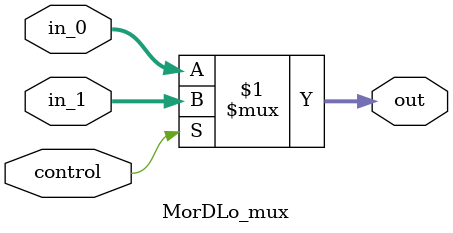
<source format=v>
module MorDLo_mux (
    input wire control,
    input wire [31:0] in_0, // Mult - 0
    input wire [31:0] in_1, // Div - 1

    output wire[31:0] out
);
    assign out = control ? in_1 : in_0;
endmodule

</source>
